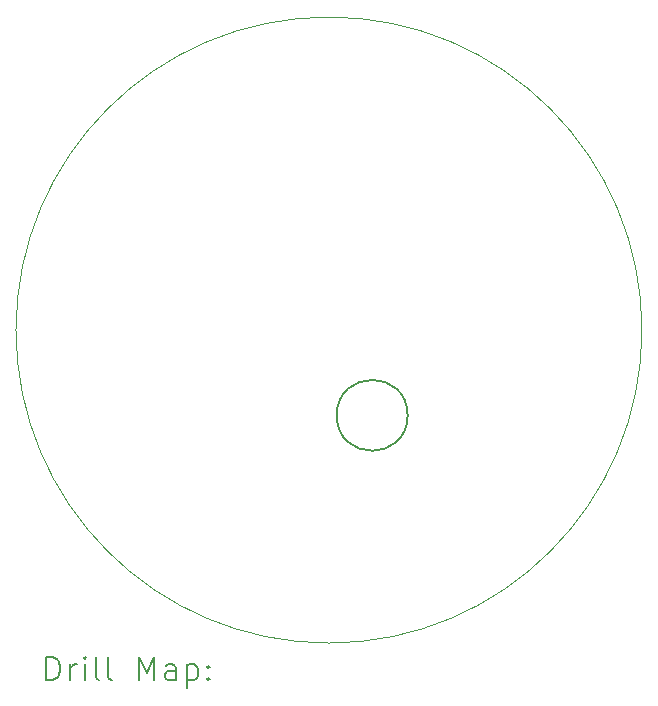
<source format=gbr>
%TF.GenerationSoftware,KiCad,Pcbnew,8.99.0-3406-g49ffbf5b50*%
%TF.CreationDate,2025-01-20T10:30:10+05:30*%
%TF.ProjectId,knob,6b6e6f62-2e6b-4696-9361-645f70636258,rev?*%
%TF.SameCoordinates,Original*%
%TF.FileFunction,Drillmap*%
%TF.FilePolarity,Positive*%
%FSLAX45Y45*%
G04 Gerber Fmt 4.5, Leading zero omitted, Abs format (unit mm)*
G04 Created by KiCad (PCBNEW 8.99.0-3406-g49ffbf5b50) date 2025-01-20 10:30:10*
%MOMM*%
%LPD*%
G01*
G04 APERTURE LIST*
%ADD10C,0.200000*%
%ADD11C,0.050000*%
G04 APERTURE END LIST*
D10*
X10666000Y-10722000D02*
G75*
G02*
X10066000Y-10722000I-300000J0D01*
G01*
X10066000Y-10722000D02*
G75*
G02*
X10666000Y-10722000I300000J0D01*
G01*
D11*
X12650000Y-10000000D02*
G75*
G02*
X7350000Y-10000000I-2650000J0D01*
G01*
X7350000Y-10000000D02*
G75*
G02*
X12650000Y-10000000I2650000J0D01*
G01*
D10*
X7608277Y-12963984D02*
X7608277Y-12763984D01*
X7608277Y-12763984D02*
X7655896Y-12763984D01*
X7655896Y-12763984D02*
X7684467Y-12773508D01*
X7684467Y-12773508D02*
X7703515Y-12792555D01*
X7703515Y-12792555D02*
X7713039Y-12811603D01*
X7713039Y-12811603D02*
X7722562Y-12849698D01*
X7722562Y-12849698D02*
X7722562Y-12878269D01*
X7722562Y-12878269D02*
X7713039Y-12916365D01*
X7713039Y-12916365D02*
X7703515Y-12935412D01*
X7703515Y-12935412D02*
X7684467Y-12954460D01*
X7684467Y-12954460D02*
X7655896Y-12963984D01*
X7655896Y-12963984D02*
X7608277Y-12963984D01*
X7808277Y-12963984D02*
X7808277Y-12830650D01*
X7808277Y-12868746D02*
X7817801Y-12849698D01*
X7817801Y-12849698D02*
X7827324Y-12840174D01*
X7827324Y-12840174D02*
X7846372Y-12830650D01*
X7846372Y-12830650D02*
X7865420Y-12830650D01*
X7932086Y-12963984D02*
X7932086Y-12830650D01*
X7932086Y-12763984D02*
X7922562Y-12773508D01*
X7922562Y-12773508D02*
X7932086Y-12783031D01*
X7932086Y-12783031D02*
X7941610Y-12773508D01*
X7941610Y-12773508D02*
X7932086Y-12763984D01*
X7932086Y-12763984D02*
X7932086Y-12783031D01*
X8055896Y-12963984D02*
X8036848Y-12954460D01*
X8036848Y-12954460D02*
X8027324Y-12935412D01*
X8027324Y-12935412D02*
X8027324Y-12763984D01*
X8160658Y-12963984D02*
X8141610Y-12954460D01*
X8141610Y-12954460D02*
X8132086Y-12935412D01*
X8132086Y-12935412D02*
X8132086Y-12763984D01*
X8389229Y-12963984D02*
X8389229Y-12763984D01*
X8389229Y-12763984D02*
X8455896Y-12906841D01*
X8455896Y-12906841D02*
X8522563Y-12763984D01*
X8522563Y-12763984D02*
X8522563Y-12963984D01*
X8703515Y-12963984D02*
X8703515Y-12859222D01*
X8703515Y-12859222D02*
X8693991Y-12840174D01*
X8693991Y-12840174D02*
X8674944Y-12830650D01*
X8674944Y-12830650D02*
X8636848Y-12830650D01*
X8636848Y-12830650D02*
X8617801Y-12840174D01*
X8703515Y-12954460D02*
X8684467Y-12963984D01*
X8684467Y-12963984D02*
X8636848Y-12963984D01*
X8636848Y-12963984D02*
X8617801Y-12954460D01*
X8617801Y-12954460D02*
X8608277Y-12935412D01*
X8608277Y-12935412D02*
X8608277Y-12916365D01*
X8608277Y-12916365D02*
X8617801Y-12897317D01*
X8617801Y-12897317D02*
X8636848Y-12887793D01*
X8636848Y-12887793D02*
X8684467Y-12887793D01*
X8684467Y-12887793D02*
X8703515Y-12878269D01*
X8798753Y-12830650D02*
X8798753Y-13030650D01*
X8798753Y-12840174D02*
X8817801Y-12830650D01*
X8817801Y-12830650D02*
X8855896Y-12830650D01*
X8855896Y-12830650D02*
X8874944Y-12840174D01*
X8874944Y-12840174D02*
X8884467Y-12849698D01*
X8884467Y-12849698D02*
X8893991Y-12868746D01*
X8893991Y-12868746D02*
X8893991Y-12925888D01*
X8893991Y-12925888D02*
X8884467Y-12944936D01*
X8884467Y-12944936D02*
X8874944Y-12954460D01*
X8874944Y-12954460D02*
X8855896Y-12963984D01*
X8855896Y-12963984D02*
X8817801Y-12963984D01*
X8817801Y-12963984D02*
X8798753Y-12954460D01*
X8979705Y-12944936D02*
X8989229Y-12954460D01*
X8989229Y-12954460D02*
X8979705Y-12963984D01*
X8979705Y-12963984D02*
X8970182Y-12954460D01*
X8970182Y-12954460D02*
X8979705Y-12944936D01*
X8979705Y-12944936D02*
X8979705Y-12963984D01*
X8979705Y-12840174D02*
X8989229Y-12849698D01*
X8989229Y-12849698D02*
X8979705Y-12859222D01*
X8979705Y-12859222D02*
X8970182Y-12849698D01*
X8970182Y-12849698D02*
X8979705Y-12840174D01*
X8979705Y-12840174D02*
X8979705Y-12859222D01*
M02*

</source>
